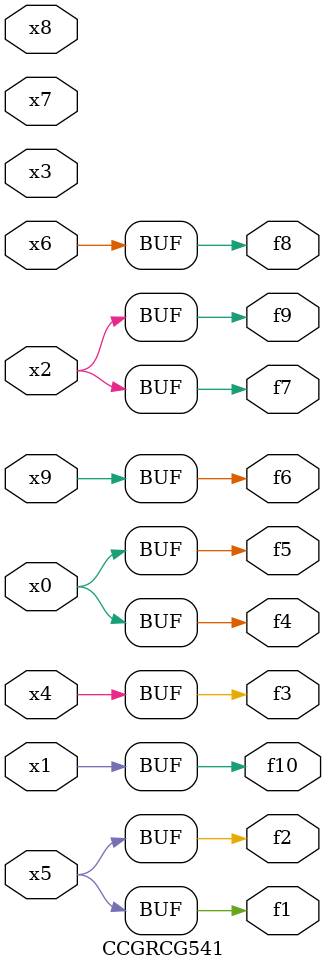
<source format=v>
module CCGRCG541(
	input x0, x1, x2, x3, x4, x5, x6, x7, x8, x9,
	output f1, f2, f3, f4, f5, f6, f7, f8, f9, f10
);
	assign f1 = x5;
	assign f2 = x5;
	assign f3 = x4;
	assign f4 = x0;
	assign f5 = x0;
	assign f6 = x9;
	assign f7 = x2;
	assign f8 = x6;
	assign f9 = x2;
	assign f10 = x1;
endmodule

</source>
